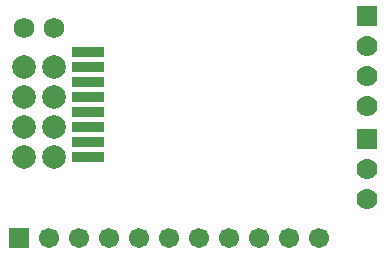
<source format=gts>
G04 ---------------------------- Layer name :TOP SOLDER LAYER*
G04 EasyEDA v5.4.10, Tue, 24 Apr 2018 09:14:44 GMT*
G04 c78431fd7d494278a101bd4be382ca9e*
G04 Gerber Generator version 0.2*
G04 Scale: 100 percent, Rotated: No, Reflected: No *
G04 Dimensions in inches *
G04 leading zeros omitted , absolute positions ,2 integer and 4 decimal *
%FSLAX24Y24*%
%MOIN*%
G90*
G70D02*

%ADD15R,0.108000X0.038000*%
%ADD16C,0.070000*%
%ADD17R,0.070000X0.070000*%
%ADD18C,0.068000*%
%ADD19C,0.067000*%
%ADD20R,0.067000X0.067000*%
%ADD21C,0.078866*%

%LPD*%
G54D16*
G01X12300Y1900D03*
G01X12300Y2900D03*
G54D17*
G01X12300Y3900D03*
G01X12300Y8000D03*
G54D16*
G01X12300Y7000D03*
G01X12300Y6000D03*
G01X12300Y5000D03*
G54D18*
G01X1850Y7600D03*
G01X850Y7600D03*
G54D19*
G01X10700Y600D03*
G01X9700Y600D03*
G01X8700Y600D03*
G01X7700Y600D03*
G01X6700Y600D03*
G01X5700Y600D03*
G01X4700Y600D03*
G01X3700Y600D03*
G01X2700Y600D03*
G01X1700Y600D03*
G54D20*
G01X700Y600D03*
G54D15*
G01X3000Y6800D03*
G01X3000Y6300D03*
G01X3000Y5800D03*
G01X3000Y5300D03*
G01X3000Y4800D03*
G01X3000Y4300D03*
G01X3000Y3800D03*
G01X3000Y3300D03*
G54D21*
G01X861Y6305D03*
G01X1861Y6305D03*
G01X861Y5305D03*
G01X1861Y5305D03*
G01X861Y4305D03*
G01X1861Y4305D03*
G01X861Y3305D03*
G01X1861Y3305D03*
M00*
M02*

</source>
